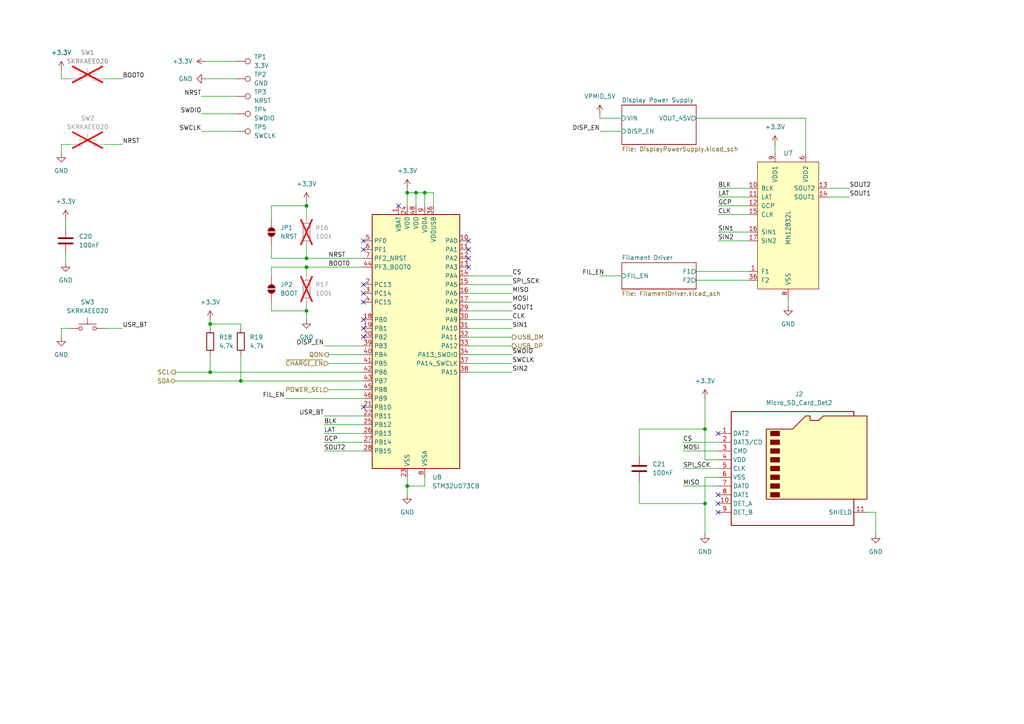
<source format=kicad_sch>
(kicad_sch (version 20231120) (generator "eeschema") (generator_version "8.0")
  (paper "A4")
  (lib_symbols
    (symbol "Connector:Micro_SD_Card_Det2"
      (property "Reference" "J" (at -16.51 17.78 0))
      (property "Value" "Micro_SD_Card_Det2" (at 16.51 17.78 0))
      (symbol "Micro_SD_Card_Det2_0_1"
        (rectangle (start -7.62 -6.985) (end -5.08 -8.255) (stroke (width 0.254)) (fill (type outline)))
        (rectangle (start -7.62 -4.445) (end -5.08 -5.715) (stroke (width 0.254)) (fill (type outline)))
        (rectangle (start -7.62 -1.905) (end -5.08 -3.175) (stroke (width 0.254)) (fill (type outline)))
        (rectangle (start -7.62 0.635) (end -5.08 -0.635) (stroke (width 0.254)) (fill (type outline)))
        (rectangle (start -7.62 3.175) (end -5.08 1.905) (stroke (width 0.254)) (fill (type outline)))
        (rectangle (start -7.62 5.715) (end -5.08 4.445) (stroke (width 0.254)) (fill (type outline)))
        (rectangle (start -7.62 8.255) (end -5.08 6.985) (stroke (width 0.254)) (fill (type outline)))
        (rectangle (start -7.62 10.795) (end -5.08 9.525) (stroke (width 0.254)) (fill (type outline)))
        (polyline (pts (xy 16.51 15.24) (xy 16.51 16.51) (xy -19.05 16.51) (xy -19.05 -16.51) (xy 16.51 -16.51) (xy 16.51 -8.89)) (stroke (width 0.254)))
        (polyline (pts (xy -8.89 -8.89) (xy -8.89 11.43) (xy -1.27 11.43) (xy 2.54 15.24) (xy 3.81 15.24) (xy 3.81 13.97) (xy 6.35 13.97) (xy 7.62 15.24) (xy 20.32 15.24) (xy 20.32 -8.89) (xy -8.89 -8.89)) (stroke (width 0.254)) (fill (type background)))
      )
      (symbol "Micro_SD_Card_Det2_1_1"
        (pin bidirectional line (at -22.86 10.16 0) (length 3.81) (name "DAT2") (number "1"))
        (pin passive line (at -22.86 -10.16 0) (length 3.81) (name "DET_A") (number "10"))
        (pin passive line (at 20.32 -12.7 180) (length 3.81) (name "SHIELD") (number "11"))
        (pin bidirectional line (at -22.86 7.62 0) (length 3.81) (name "DAT3/CD") (number "2"))
        (pin input line (at -22.86 5.08 0) (length 3.81) (name "CMD") (number "3"))
        (pin power_in line (at -22.86 2.54 0) (length 3.81) (name "VDD") (number "4"))
        (pin input line (at -22.86 0 0) (length 3.81) (name "CLK") (number "5"))
        (pin power_in line (at -22.86 -2.54 0) (length 3.81) (name "VSS") (number "6"))
        (pin bidirectional line (at -22.86 -5.08 0) (length 3.81) (name "DAT0") (number "7"))
        (pin bidirectional line (at -22.86 -7.62 0) (length 3.81) (name "DAT1") (number "8"))
        (pin passive line (at -22.86 -12.7 0) (length 3.81) (name "DET_B") (number "9"))
      )
    )
    (symbol "Connector:TestPoint" (pin_numbers hide) (pin_names (offset 0.762) hide)
      (property "Reference" "TP" (at 0 6.858 0))
      (property "Value" "TestPoint" (at 0 5.08 0))
      (symbol "TestPoint_0_1"
        (circle (center 0 3.302) (radius 0.762))
      )
      (symbol "TestPoint_1_1"
        (pin passive line (at 0 0 90) (length 2.54) (name "1") (number "1"))
      )
    )
    (symbol "Device:C" (pin_numbers hide) (pin_names (offset 0.254))
      (property "Reference" "C" (at 0.635 2.54 0))
      (property "Value" "C" (at 0.635 -2.54 0))
      (symbol "C_0_1"
        (polyline (pts (xy -2.032 -0.762) (xy 2.032 -0.762)) (stroke (width 0.508)))
        (polyline (pts (xy -2.032 0.762) (xy 2.032 0.762)) (stroke (width 0.508)))
      )
      (symbol "C_1_1"
        (pin passive line (at 0 3.81 270) (length 2.794) (name "~") (number "1"))
        (pin passive line (at 0 -3.81 90) (length 2.794) (name "~") (number "2"))
      )
    )
    (symbol "Device:R" (pin_numbers hide) (pin_names (offset 0))
      (property "Reference" "R" (at 2.032 0 90))
      (property "Value" "R" (at 0 0 90))
      (symbol "R_0_1"
        (rectangle (start -1.016 -2.54) (end 1.016 2.54) (stroke (width 0.254)))
      )
      (symbol "R_1_1"
        (pin passive line (at 0 3.81 270) (length 1.27) (name "~") (number "1"))
        (pin passive line (at 0 -3.81 90) (length 1.27) (name "~") (number "2"))
      )
    )
    (symbol "Jumper:SolderJumper_2_Open" (pin_numbers hide) (pin_names (offset 0) hide) (exclude_from_sim yes) (in_bom no)
      (property "Reference" "JP" (at 0 2.032 0))
      (property "Value" "SolderJumper_2_Open" (at 0 -2.54 0))
      (symbol "SolderJumper_2_Open_0_1"
        (arc (start -0.254 1.016) (mid -1.2656 0) (end -0.254 -1.016))
        (arc (start -0.254 1.016) (mid -1.2656 0) (end -0.254 -1.016) (fill (type outline)))
        (polyline (pts (xy -0.254 1.016) (xy -0.254 -1.016)))
        (polyline (pts (xy 0.254 1.016) (xy 0.254 -1.016)))
        (arc (start 0.254 -1.016) (mid 1.2656 0) (end 0.254 1.016))
        (arc (start 0.254 -1.016) (mid 1.2656 0) (end 0.254 1.016) (fill (type outline)))
      )
      (symbol "SolderJumper_2_Open_1_1"
        (pin passive line (at -3.81 0 0) (length 2.54) (name "A") (number "1"))
        (pin passive line (at 3.81 0 180) (length 2.54) (name "B") (number "2"))
      )
    )
    (symbol "STM32:STM32U073CB"
      (property "Reference" "U" (at -12.7 39.37 0))
      (property "Value" "STM32U073CB" (at 7.62 39.37 0))
      (symbol "STM32U073CB_0_1"
        (rectangle (start -12.7 -35.56) (end 12.7 38.1) (stroke (width 0.254)) (fill (type background)))
      )
      (symbol "STM32U073CB_1_1"
        (pin power_in line (at -5.08 40.64 270) (length 2.54) (name "VBAT") (number "1"))
        (pin bidirectional line (at 15.24 30.48 180) (length 2.54) (name "PA0") (number "10"))
        (pin bidirectional line (at 15.24 27.94 180) (length 2.54) (name "PA1") (number "11"))
        (pin bidirectional line (at 15.24 25.4 180) (length 2.54) (name "PA2") (number "12"))
        (pin bidirectional line (at 15.24 22.86 180) (length 2.54) (name "PA3") (number "13"))
        (pin bidirectional line (at 15.24 20.32 180) (length 2.54) (name "PA4") (number "14"))
        (pin bidirectional line (at 15.24 17.78 180) (length 2.54) (name "PA5") (number "15"))
        (pin bidirectional line (at 15.24 15.24 180) (length 2.54) (name "PA6") (number "16"))
        (pin bidirectional line (at 15.24 12.7 180) (length 2.54) (name "PA7") (number "17"))
        (pin bidirectional line (at -15.24 7.62 0) (length 2.54) (name "PB0") (number "18"))
        (pin bidirectional line (at -15.24 5.08 0) (length 2.54) (name "PB1") (number "19"))
        (pin bidirectional line (at -15.24 17.78 0) (length 2.54) (name "PC13") (number "2"))
        (pin bidirectional line (at -15.24 2.54 0) (length 2.54) (name "PB2") (number "20"))
        (pin bidirectional line (at -15.24 -17.78 0) (length 2.54) (name "PB10") (number "21"))
        (pin bidirectional line (at -15.24 -20.32 0) (length 2.54) (name "PB11") (number "22"))
        (pin power_in line (at -2.54 -38.1 90) (length 2.54) (name "VSS") (number "23"))
        (pin power_in line (at -2.54 40.64 270) (length 2.54) (name "VDD") (number "24"))
        (pin bidirectional line (at -15.24 -22.86 0) (length 2.54) (name "PB12") (number "25"))
        (pin bidirectional line (at -15.24 -25.4 0) (length 2.54) (name "PB13") (number "26"))
        (pin bidirectional line (at -15.24 -27.94 0) (length 2.54) (name "PB14") (number "27"))
        (pin bidirectional line (at -15.24 -30.48 0) (length 2.54) (name "PB15") (number "28"))
        (pin bidirectional line (at 15.24 10.16 180) (length 2.54) (name "PA8") (number "29"))
        (pin bidirectional line (at -15.24 15.24 0) (length 2.54) (name "PC14") (number "3"))
        (pin bidirectional line (at 15.24 7.62 180) (length 2.54) (name "PA9") (number "30"))
        (pin bidirectional line (at 15.24 5.08 180) (length 2.54) (name "PA10") (number "31"))
        (pin bidirectional line (at 15.24 2.54 180) (length 2.54) (name "PA11") (number "32"))
        (pin bidirectional line (at 15.24 0 180) (length 2.54) (name "PA12") (number "33"))
        (pin bidirectional line (at 15.24 -2.54 180) (length 2.54) (name "PA13_SWDIO") (number "34"))
        (pin passive line (at -2.54 -38.1 90) (length 2.54) hide (name "VSS") (number "35"))
        (pin power_in line (at 5.08 40.64 270) (length 2.54) (name "VDDUSB") (number "36"))
        (pin bidirectional line (at 15.24 -5.08 180) (length 2.54) (name "PA14_SWCLK") (number "37"))
        (pin bidirectional line (at 15.24 -7.62 180) (length 2.54) (name "PA15") (number "38"))
        (pin bidirectional line (at -15.24 0 0) (length 2.54) (name "PB3") (number "39"))
        (pin bidirectional line (at -15.24 12.7 0) (length 2.54) (name "PC15") (number "4"))
        (pin bidirectional line (at -15.24 -2.54 0) (length 2.54) (name "PB4") (number "40"))
        (pin bidirectional line (at -15.24 -5.08 0) (length 2.54) (name "PB5") (number "41"))
        (pin bidirectional line (at -15.24 -7.62 0) (length 2.54) (name "PB6") (number "42"))
        (pin bidirectional line (at -15.24 -10.16 0) (length 2.54) (name "PB7") (number "43"))
        (pin bidirectional line (at -15.24 22.86 0) (length 2.54) (name "PF3_BOOT0") (number "44"))
        (pin bidirectional line (at -15.24 -12.7 0) (length 2.54) (name "PB8") (number "45"))
        (pin bidirectional line (at -15.24 -15.24 0) (length 2.54) (name "PB9") (number "46"))
        (pin passive line (at -2.54 -38.1 90) (length 2.54) hide (name "VSS") (number "47"))
        (pin power_in line (at 0 40.64 270) (length 2.54) (name "VDD") (number "48"))
        (pin bidirectional line (at -15.24 30.48 0) (length 2.54) (name "PF0") (number "5"))
        (pin bidirectional line (at -15.24 27.94 0) (length 2.54) (name "PF1") (number "6"))
        (pin bidirectional line (at -15.24 25.4 0) (length 2.54) (name "PF2_NRST") (number "7"))
        (pin power_in line (at 2.54 -38.1 90) (length 2.54) (name "VSSA") (number "8"))
        (pin power_in line (at 2.54 40.64 270) (length 2.54) (name "VDDA") (number "9"))
      )
    )
    (symbol "Switch:SW_Push" (pin_numbers hide) (pin_names (offset 1.016) hide)
      (property "Reference" "SW" (at 1.27 2.54 0))
      (property "Value" "SW_Push" (at 0 -1.524 0))
      (symbol "SW_Push_0_1"
        (circle (center -2.032 0) (radius 0.508))
        (polyline (pts (xy 0 1.27) (xy 0 3.048)))
        (polyline (pts (xy 2.54 1.27) (xy -2.54 1.27)))
        (circle (center 2.032 0) (radius 0.508))
        (pin passive line (at -5.08 0 0) (length 2.54) (name "1") (number "1"))
        (pin passive line (at 5.08 0 180) (length 2.54) (name "2") (number "2"))
      )
    )
    (symbol "VFD_Noritake:MN12864K" (pin_names (offset 1.016))
      (property "Reference" "U7" (at 0 20.32 0))
      (property "Value" "MN12832L" (at 0 -1.27 90))
      (symbol "MN12864K_0_1"
        (rectangle (start -8.89 17.78) (end 8.89 -19.05) (fill (type background)))
      )
      (symbol "MN12864K_1_1"
        (pin passive line (at -11.43 -13.97 0) (length 2.54) (name "F1") (number "1"))
        (pin input line (at -11.43 10.16 0) (length 2.54) (name "BLK") (number "10"))
        (pin input line (at -11.43 7.62 0) (length 2.54) (name "LAT") (number "11"))
        (pin input line (at -11.43 5.08 0) (length 2.54) (name "GCP") (number "12"))
        (pin output line (at 11.43 10.16 180) (length 2.54) (name "SOUT2") (number "13"))
        (pin output line (at 11.43 7.62 180) (length 2.54) (name "SOUT1") (number "14"))
        (pin input line (at -11.43 2.54 0) (length 2.54) (name "CLK") (number "15"))
        (pin input line (at -11.43 -2.54 0) (length 2.54) (name "SIN1") (number "16"))
        (pin input line (at -11.43 -5.08 0) (length 2.54) (name "SIN2") (number "17"))
        (pin passive line (at -11.43 -13.97 0) (length 2.54) hide (name "F1") (number "2"))
        (pin passive line (at -11.43 -13.97 0) (length 2.54) hide (name "F1") (number "3"))
        (pin passive line (at -11.43 -16.51 0) (length 2.54) (name "F2") (number "36"))
        (pin passive line (at -11.43 -16.51 0) (length 2.54) hide (name "F1") (number "37"))
        (pin passive line (at -11.43 -16.51 0) (length 2.54) hide (name "F1") (number "38"))
        (pin power_in line (at 5.08 20.32 270) (length 2.54) (name "VDD2") (number "6"))
        (pin power_in line (at 0 -21.59 90) (length 2.54) hide (name "VSS") (number "7"))
        (pin power_in line (at 0 -21.59 90) (length 2.54) (name "VSS") (number "8"))
        (pin power_in line (at -3.81 20.32 270) (length 2.54) (name "VDD1") (number "9"))
      )
    )
    (symbol "power:+3.3V" (power) (pin_numbers hide) (pin_names (offset 0) hide)
      (property "Value" "+3.3V" (at 0 3.556 0))
      (symbol "+3.3V_0_1"
        (polyline (pts (xy -0.762 1.27) (xy 0 2.54)))
        (polyline (pts (xy 0 0) (xy 0 2.54)))
        (polyline (pts (xy 0 2.54) (xy 0.762 1.27)))
      )
      (symbol "+3.3V_1_1"
        (pin power_in line (at 0 0 90) (length 0) (name "~") (number "1"))
      )
    )
    (symbol "power:+5V" (power) (pin_numbers hide) (pin_names (offset 0) hide)
      (property "Value" "+5V" (at 0 3.556 0))
      (symbol "+5V_0_1"
        (polyline (pts (xy -0.762 1.27) (xy 0 2.54)))
        (polyline (pts (xy 0 0) (xy 0 2.54)))
        (polyline (pts (xy 0 2.54) (xy 0.762 1.27)))
      )
      (symbol "+5V_1_1"
        (pin power_in line (at 0 0 90) (length 0) (name "~") (number "1"))
      )
    )
    (symbol "power:GND" (power) (pin_numbers hide) (pin_names (offset 0) hide)
      (property "Value" "GND" (at 0 -3.81 0))
      (symbol "GND_0_1"
        (polyline (pts (xy 0 0) (xy 0 -1.27) (xy 1.27 -1.27) (xy 0 -2.54) (xy -1.27 -1.27) (xy 0 -1.27)))
      )
      (symbol "GND_1_1"
        (pin power_in line (at 0 0 270) (length 0) (name "~") (number "1"))
      )
    )
  )
  (junction (at 60.96 93.98))
  (junction (at 88.9 59.69))
  (junction (at 204.47 124.46))
  (junction (at 60.96 107.95))
  (junction (at 118.11 140.97))
  (junction (at 118.11 55.88))
  (junction (at 88.9 77.47))
  (junction (at 88.9 90.17))
  (junction (at 88.9 74.93))
  (junction (at 123.19 55.88))
  (junction (at 120.65 55.88))
  (junction (at 69.85 110.49))
  (junction (at 204.47 146.05))
  (no_connect (at 135.89 77.47))
  (no_connect (at 208.28 148.59))
  (no_connect (at 105.41 82.55))
  (no_connect (at 115.57 59.69))
  (no_connect (at 208.28 146.05))
  (no_connect (at 105.41 95.25))
  (no_connect (at 135.89 69.85))
  (no_connect (at 105.41 69.85))
  (no_connect (at 105.41 72.39))
  (no_connect (at 135.89 74.93))
  (no_connect (at 105.41 92.71))
  (no_connect (at 208.28 143.51))
  (no_connect (at 208.28 125.73))
  (no_connect (at 105.41 97.79))
  (no_connect (at 105.41 85.09))
  (no_connect (at 105.41 118.11))
  (no_connect (at 105.41 87.63))
  (no_connect (at 135.89 72.39))
  (wire (pts (xy 17.78 41.91) (xy 17.78 44.45)))
  (wire (pts (xy 118.11 55.88) (xy 118.11 59.69)))
  (wire (pts (xy 60.96 102.87) (xy 60.96 107.95)))
  (wire (pts (xy 95.25 113.03) (xy 105.41 113.03)))
  (wire (pts (xy 88.9 59.69) (xy 88.9 63.5)))
  (wire (pts (xy 135.89 107.95) (xy 148.59 107.95)))
  (wire (pts (xy 120.65 55.88) (xy 118.11 55.88)))
  (wire (pts (xy 93.98 130.81) (xy 105.41 130.81)))
  (wire (pts (xy 204.47 115.57) (xy 204.47 124.46)))
  (wire (pts (xy 78.74 71.12) (xy 78.74 74.93)))
  (wire (pts (xy 93.98 100.33) (xy 105.41 100.33)))
  (wire (pts (xy 118.11 54.61) (xy 118.11 55.88)))
  (wire (pts (xy 88.9 80.01) (xy 88.9 77.47)))
  (wire (pts (xy 93.98 125.73) (xy 105.41 125.73)))
  (wire (pts (xy 173.99 80.01) (xy 180.34 80.01)))
  (wire (pts (xy 93.98 120.65) (xy 105.41 120.65)))
  (wire (pts (xy 198.12 130.81) (xy 208.28 130.81)))
  (wire (pts (xy 135.89 105.41) (xy 148.59 105.41)))
  (wire (pts (xy 88.9 87.63) (xy 88.9 90.17)))
  (wire (pts (xy 135.89 82.55) (xy 148.59 82.55)))
  (wire (pts (xy 123.19 55.88) (xy 125.73 55.88)))
  (wire (pts (xy 88.9 71.12) (xy 88.9 74.93)))
  (wire (pts (xy 123.19 140.97) (xy 118.11 140.97)))
  (wire (pts (xy 185.42 146.05) (xy 204.47 146.05)))
  (wire (pts (xy 233.68 34.29) (xy 233.68 44.45)))
  (wire (pts (xy 19.05 63.5) (xy 19.05 66.04)))
  (wire (pts (xy 30.48 22.86) (xy 35.56 22.86)))
  (wire (pts (xy 135.89 85.09) (xy 148.59 85.09)))
  (wire (pts (xy 135.89 90.17) (xy 148.59 90.17)))
  (wire (pts (xy 198.12 128.27) (xy 208.28 128.27)))
  (wire (pts (xy 58.42 33.02) (xy 68.58 33.02)))
  (wire (pts (xy 224.79 41.91) (xy 224.79 44.45)))
  (wire (pts (xy 30.48 95.25) (xy 35.56 95.25)))
  (wire (pts (xy 58.42 38.1) (xy 68.58 38.1)))
  (wire (pts (xy 58.42 27.94) (xy 68.58 27.94)))
  (wire (pts (xy 78.74 59.69) (xy 78.74 63.5)))
  (wire (pts (xy 208.28 67.31) (xy 217.17 67.31)))
  (wire (pts (xy 88.9 90.17) (xy 78.74 90.17)))
  (wire (pts (xy 240.03 54.61) (xy 246.38 54.61)))
  (wire (pts (xy 20.32 95.25) (xy 17.78 95.25)))
  (wire (pts (xy 135.89 80.01) (xy 148.59 80.01)))
  (wire (pts (xy 60.96 93.98) (xy 60.96 95.25)))
  (wire (pts (xy 208.28 54.61) (xy 217.17 54.61)))
  (wire (pts (xy 17.78 22.86) (xy 20.32 22.86)))
  (wire (pts (xy 123.19 55.88) (xy 123.19 59.69)))
  (wire (pts (xy 185.42 139.7) (xy 185.42 146.05)))
  (wire (pts (xy 118.11 138.43) (xy 118.11 140.97)))
  (wire (pts (xy 208.28 69.85) (xy 217.17 69.85)))
  (wire (pts (xy 204.47 154.94) (xy 204.47 146.05)))
  (wire (pts (xy 82.55 115.57) (xy 105.41 115.57)))
  (wire (pts (xy 208.28 62.23) (xy 217.17 62.23)))
  (wire (pts (xy 201.93 81.28) (xy 217.17 81.28)))
  (wire (pts (xy 208.28 59.69) (xy 217.17 59.69)))
  (wire (pts (xy 185.42 124.46) (xy 204.47 124.46)))
  (wire (pts (xy 50.8 107.95) (xy 60.96 107.95)))
  (wire (pts (xy 125.73 55.88) (xy 125.73 59.69)))
  (wire (pts (xy 19.05 73.66) (xy 19.05 76.2)))
  (wire (pts (xy 17.78 95.25) (xy 17.78 97.79)))
  (wire (pts (xy 204.47 124.46) (xy 204.47 133.35)))
  (wire (pts (xy 60.96 107.95) (xy 105.41 107.95)))
  (wire (pts (xy 254 148.59) (xy 254 154.94)))
  (wire (pts (xy 88.9 58.42) (xy 88.9 59.69)))
  (wire (pts (xy 228.6 86.36) (xy 228.6 88.9)))
  (wire (pts (xy 60.96 93.98) (xy 69.85 93.98)))
  (wire (pts (xy 204.47 146.05) (xy 204.47 138.43)))
  (wire (pts (xy 135.89 102.87) (xy 148.59 102.87)))
  (wire (pts (xy 93.98 123.19) (xy 105.41 123.19)))
  (wire (pts (xy 88.9 77.47) (xy 105.41 77.47)))
  (wire (pts (xy 88.9 74.93) (xy 105.41 74.93)))
  (wire (pts (xy 173.99 38.1) (xy 180.34 38.1)))
  (wire (pts (xy 78.74 90.17) (xy 78.74 87.63)))
  (wire (pts (xy 20.32 41.91) (xy 17.78 41.91)))
  (wire (pts (xy 204.47 133.35) (xy 208.28 133.35)))
  (wire (pts (xy 93.98 128.27) (xy 105.41 128.27)))
  (wire (pts (xy 78.74 59.69) (xy 88.9 59.69)))
  (wire (pts (xy 88.9 90.17) (xy 88.9 92.71)))
  (wire (pts (xy 59.69 22.86) (xy 68.58 22.86)))
  (wire (pts (xy 240.03 57.15) (xy 246.38 57.15)))
  (wire (pts (xy 198.12 135.89) (xy 208.28 135.89)))
  (wire (pts (xy 60.96 92.71) (xy 60.96 93.98)))
  (wire (pts (xy 173.99 33.02) (xy 173.99 34.29)))
  (wire (pts (xy 120.65 59.69) (xy 120.65 55.88)))
  (wire (pts (xy 69.85 93.98) (xy 69.85 95.25)))
  (wire (pts (xy 17.78 20.32) (xy 17.78 22.86)))
  (wire (pts (xy 204.47 138.43) (xy 208.28 138.43)))
  (wire (pts (xy 135.89 97.79) (xy 148.59 97.79)))
  (wire (pts (xy 120.65 55.88) (xy 123.19 55.88)))
  (wire (pts (xy 78.74 77.47) (xy 78.74 80.01)))
  (wire (pts (xy 201.93 78.74) (xy 217.17 78.74)))
  (wire (pts (xy 78.74 74.93) (xy 88.9 74.93)))
  (wire (pts (xy 201.93 34.29) (xy 233.68 34.29)))
  (wire (pts (xy 251.46 148.59) (xy 254 148.59)))
  (wire (pts (xy 69.85 110.49) (xy 105.41 110.49)))
  (wire (pts (xy 88.9 77.47) (xy 78.74 77.47)))
  (wire (pts (xy 69.85 102.87) (xy 69.85 110.49)))
  (wire (pts (xy 185.42 132.08) (xy 185.42 124.46)))
  (wire (pts (xy 95.25 105.41) (xy 105.41 105.41)))
  (wire (pts (xy 95.25 102.87) (xy 105.41 102.87)))
  (wire (pts (xy 135.89 92.71) (xy 148.59 92.71)))
  (wire (pts (xy 173.99 34.29) (xy 180.34 34.29)))
  (wire (pts (xy 59.69 17.78) (xy 68.58 17.78)))
  (wire (pts (xy 135.89 100.33) (xy 148.59 100.33)))
  (wire (pts (xy 123.19 138.43) (xy 123.19 140.97)))
  (wire (pts (xy 198.12 140.97) (xy 208.28 140.97)))
  (wire (pts (xy 50.8 110.49) (xy 69.85 110.49)))
  (wire (pts (xy 118.11 140.97) (xy 118.11 143.51)))
  (wire (pts (xy 30.48 41.91) (xy 35.56 41.91)))
  (wire (pts (xy 135.89 87.63) (xy 148.59 87.63)))
  (wire (pts (xy 135.89 95.25) (xy 148.59 95.25)))
  (wire (pts (xy 208.28 57.15) (xy 217.17 57.15)))
  (label "FIL_EN" (at 82.55 115.57 180))
  (label "MISO" (at 148.59 85.09 0))
  (label "NRST" (at 95.25 74.93 0))
  (label "USR_BT" (at 35.56 95.25 0))
  (label "NRST" (at 35.56 41.91 0))
  (label "SPI_SCK" (at 148.59 82.55 0))
  (label "NRST" (at 58.42 27.94 180))
  (label "SWDIO" (at 148.59 102.87 0))
  (label "SOUT1" (at 246.38 57.15 0))
  (label "GCP" (at 93.98 128.27 0))
  (label "MISO" (at 198.12 140.97 0))
  (label "FIL_EN" (at 175.26 80.01 180))
  (label "GCP" (at 208.28 59.69 0))
  (label "BOOT0" (at 95.25 77.47 0))
  (label "SIN2" (at 208.28 69.85 0))
  (label "LAT" (at 93.98 125.73 0))
  (label "SOUT2" (at 246.38 54.61 0))
  (label "SWDIO" (at 58.42 33.02 180))
  (label "SWCLK" (at 58.42 38.1 180))
  (label "SOUT1" (at 148.59 90.17 0))
  (label "SWCLK" (at 148.59 105.41 0))
  (label "CLK" (at 208.28 62.23 0))
  (label "MOSI" (at 148.59 87.63 0))
  (label "CS" (at 198.12 128.27 0))
  (label "SIN1" (at 148.59 95.25 0))
  (label "SOUT2" (at 93.98 130.81 0))
  (label "BLK" (at 93.98 123.19 0))
  (label "MOSI" (at 198.12 130.81 0))
  (label "BOOT0" (at 35.56 22.86 0))
  (label "LAT" (at 208.28 57.15 0))
  (label "SIN1" (at 208.28 67.31 0))
  (label "SIN2" (at 148.59 107.95 0))
  (label "USR_BT" (at 93.98 120.65 180))
  (label "DISP_EN" (at 93.98 100.33 180))
  (label "CS" (at 148.59 80.01 0))
  (label "BLK" (at 208.28 54.61 0))
  (label "DISP_EN" (at 173.99 38.1 180))
  (label "CLK" (at 148.59 92.71 0))
  (label "SPI_SCK" (at 198.12 135.89 0))
  (hierarchical_label "USB_DP" (shape output) (at 148.59 100.33 0))
  (hierarchical_label "~{CHARGE_EN}" (shape input) (at 95.25 105.41 180))
  (hierarchical_label "QON" (shape output) (at 95.25 102.87 180))
  (hierarchical_label "POWER_SEL" (shape input) (at 95.25 113.03 180))
  (hierarchical_label "SDA" (shape bidirectional) (at 50.8 110.49 180))
  (hierarchical_label "USB_DM" (shape output) (at 148.59 97.79 0))
  (hierarchical_label "SCL" (shape output) (at 50.8 107.95 180))
  (symbol (lib_id "power:+3.3V") (at 118.11 54.61 0) (unit 1)
    (property "Reference" "#PWR047" (effects (hide yes)))
    (property "Value" "+3.3V" (at 118.11 49.53 0))
    (property "Description" "Power symbol creates a global label with name \"+3.3V\"" (effects (hide yes)))
  )
  (symbol (lib_id "Connector:TestPoint") (at 68.58 33.02 270) (unit 1) (in_bom no)
    (property "Reference" "TP4" (at 73.66 31.7499 90) (effects (justify left)))
    (property "Value" "SWDIO" (at 73.66 34.2899 90) (effects (justify left)))
    (property "Footprint" "TestPoint:TestPoint_Pad_D1.0mm" (effects (hide yes)))
    (property "Description" "test point" (effects (hide yes)))
  )
  (symbol (lib_id "power:GND") (at 88.9 92.71 0) (unit 1)
    (property "Reference" "#PWR053" (effects (hide yes)))
    (property "Value" "GND" (at 88.9 97.79 0))
    (property "Description" "Power symbol creates a global label with name \"GND\" , ground" (effects (hide yes)))
  )
  (symbol (lib_id "power:+3.3V") (at 224.79 41.91 0) (unit 1)
    (property "Reference" "#PWR045" (effects (hide yes)))
    (property "Value" "+3.3V" (at 224.79 36.83 0))
    (property "Description" "Power symbol creates a global label with name \"+3.3V\"" (effects (hide yes)))
  )
  (symbol (lib_id "power:GND") (at 17.78 97.79 0) (unit 1)
    (property "Reference" "#PWR054" (effects (hide yes)))
    (property "Value" "GND" (at 17.78 102.87 0))
    (property "Description" "Power symbol creates a global label with name \"GND\" , ground" (effects (hide yes)))
  )
  (symbol (lib_id "Connector:TestPoint") (at 68.58 17.78 270) (unit 1) (in_bom no)
    (property "Reference" "TP1" (at 73.66 16.5099 90) (effects (justify left)))
    (property "Value" "3.3V" (at 73.66 19.0499 90) (effects (justify left)))
    (property "Footprint" "TestPoint:TestPoint_Pad_D1.0mm" (effects (hide yes)))
    (property "Description" "test point" (effects (hide yes)))
  )
  (symbol (lib_id "Device:R") (at 69.85 99.06 0) (unit 1)
    (property "Reference" "R19" (at 72.39 97.7899 0) (effects (justify left)))
    (property "Value" "4,7k" (at 72.39 100.3299 0) (effects (justify left)))
    (property "Footprint" "Resistor_SMD:R_0603_1608Metric" (effects (hide yes)))
    (property "Description" "Resistor" (effects (hide yes)))
  )
  (symbol (lib_id "power:GND") (at 228.6 88.9 0) (unit 1)
    (property "Reference" "#PWR051" (effects (hide yes)))
    (property "Value" "GND" (at 228.6 93.98 0))
    (property "Description" "Power symbol creates a global label with name \"GND\" , ground" (effects (hide yes)))
  )
  (symbol (lib_id "power:+3.3V") (at 19.05 63.5 0) (unit 1)
    (property "Reference" "#PWR049" (effects (hide yes)))
    (property "Value" "+3.3V" (at 19.05 58.42 0))
    (property "Description" "Power symbol creates a global label with name \"+3.3V\"" (effects (hide yes)))
  )
  (symbol (lib_id "power:GND") (at 254 154.94 0) (unit 1)
    (property "Reference" "#PWR058" (effects (hide yes)))
    (property "Value" "GND" (at 254 160.02 0))
    (property "Description" "Power symbol creates a global label with name \"GND\" , ground" (effects (hide yes)))
  )
  (symbol (lib_id "Device:C") (at 185.42 135.89 0) (unit 1)
    (property "Reference" "C21" (at 189.23 134.6199 0) (effects (justify left)))
    (property "Value" "100nF" (at 189.23 137.1599 0) (effects (justify left)))
    (property "Footprint" "Capacitor_SMD:C_0603_1608Metric" (effects (hide yes)))
    (property "Description" "Unpolarized capacitor" (effects (hide yes)))
    (property "Voltage" "10V" (effects (hide yes)))
  )
  (symbol (lib_id "VFD_Noritake:MN12864K") (at 228.6 64.77 0) (unit 1)
    (property "Reference" "U7" (at 228.6 44.45 0))
    (property "Value" "MN12832L" (at 228.6 66.04 90))
    (property "Footprint" "Noritake:MN12832L" (effects (hide yes)))
  )
  (symbol (lib_id "power:+3.3V") (at 204.47 115.57 0) (unit 1)
    (property "Reference" "#PWR055" (effects (hide yes)))
    (property "Value" "+3.3V" (at 204.47 110.49 0))
    (property "Description" "Power symbol creates a global label with name \"+3.3V\"" (effects (hide yes)))
  )
  (symbol (lib_id "Jumper:SolderJumper_2_Open") (at 78.74 83.82 90) (unit 1) (exclude_from_sim yes) (in_bom no)
    (property "Reference" "JP2" (at 81.28 82.5499 90) (effects (justify right)))
    (property "Value" "BOOT" (at 81.28 85.0899 90) (effects (justify right)))
    (property "Footprint" "Jumper:SolderJumper-2_P1.3mm_Open_TrianglePad1.0x1.5mm" (effects (hide yes)))
    (property "Description" "Solder Jumper, 2-pole, open" (effects (hide yes)))
  )
  (symbol (lib_id "Device:R") (at 88.9 67.31 0) (unit 1) (dnp yes)
    (property "Reference" "R16" (at 91.44 66.0399 0) (effects (justify left)))
    (property "Value" "100k" (at 91.44 68.5799 0) (effects (justify left)))
    (property "Footprint" "Resistor_SMD:R_0603_1608Metric" (effects (hide yes)))
    (property "Description" "Resistor" (effects (hide yes)))
  )
  (symbol (lib_id "Switch:SW_Push") (at 25.4 22.86 0) (unit 1) (dnp yes)
    (property "Reference" "SW1" (at 25.4 15.24 0))
    (property "Value" "SKRKAEE020" (at 25.4 17.78 0))
    (property "Footprint" "Button_Switch_SMD:SW_Push_SPST_NO_Alps_SKRK" (effects (hide yes)))
    (property "Datasheet" "https://www.mouser.de/datasheet/2/15/SKRK-1370789.pdf" (effects (hide yes)))
    (property "Description" "Push button switch, generic, two pins" (effects (hide yes)))
  )
  (symbol (lib_id "power:GND") (at 59.69 22.86 270) (unit 1)
    (property "Reference" "#PWR043" (effects (hide yes)))
    (property "Value" "GND" (at 55.88 22.8599 90) (effects (justify right)))
    (property "Description" "Power symbol creates a global label with name \"GND\" , ground" (effects (hide yes)))
  )
  (symbol (lib_id "power:GND") (at 19.05 76.2 0) (unit 1)
    (property "Reference" "#PWR050" (effects (hide yes)))
    (property "Value" "GND" (at 19.05 81.28 0))
    (property "Description" "Power symbol creates a global label with name \"GND\" , ground" (effects (hide yes)))
  )
  (symbol (lib_id "Connector:TestPoint") (at 68.58 27.94 270) (unit 1) (in_bom no)
    (property "Reference" "TP3" (at 73.66 26.6699 90) (effects (justify left)))
    (property "Value" "NRST" (at 73.66 29.2099 90) (effects (justify left)))
    (property "Footprint" "TestPoint:TestPoint_Pad_D1.0mm" (effects (hide yes)))
    (property "Description" "test point" (effects (hide yes)))
  )
  (symbol (lib_id "power:+3.3V") (at 60.96 92.71 0) (unit 1)
    (property "Reference" "#PWR052" (effects (hide yes)))
    (property "Value" "+3.3V" (at 60.96 87.63 0))
    (property "Description" "Power symbol creates a global label with name \"+3.3V\"" (effects (hide yes)))
  )
  (symbol (lib_id "Connector:Micro_SD_Card_Det2") (at 231.14 135.89 0) (unit 1)
    (property "Reference" "J2" (at 231.775 114.3 0))
    (property "Value" "Micro_SD_Card_Det2" (at 231.775 116.84 0))
    (property "Footprint" "Connector_Card:microSD_HC_Molex_104031-0811" (effects (hide yes)))
    (property "Datasheet" "https://www.hirose.com/en/product/document?clcode=&productname=&series=DM3&documenttype=Catalog&lang=en&documentid=D49662_en" (effects (hide yes)))
    (property "Description" "Micro SD Card Socket with two card detection pins" (effects (hide yes)))
  )
  (symbol (lib_id "power:+3.3V") (at 59.69 17.78 90) (unit 1)
    (property "Reference" "#PWR041" (effects (hide yes)))
    (property "Value" "+3.3V" (at 55.88 17.7799 90) (effects (justify left)))
    (property "Description" "Power symbol creates a global label with name \"+3.3V\"" (effects (hide yes)))
  )
  (symbol (lib_id "Switch:SW_Push") (at 25.4 95.25 0) (unit 1)
    (property "Reference" "SW3" (at 25.4 87.63 0))
    (property "Value" "SKRKAEE020" (at 25.4 90.17 0))
    (property "Footprint" "Button_Switch_SMD:SW_Push_SPST_NO_Alps_SKRK" (effects (hide yes)))
    (property "Datasheet" "https://www.mouser.de/datasheet/2/15/SKRK-1370789.pdf" (effects (hide yes)))
    (property "Description" "Push button switch, generic, two pins" (effects (hide yes)))
  )
  (symbol (lib_id "Device:C") (at 19.05 69.85 0) (unit 1)
    (property "Reference" "C20" (at 22.86 68.5799 0) (effects (justify left)))
    (property "Value" "100nF" (at 22.86 71.1199 0) (effects (justify left)))
    (property "Footprint" "Capacitor_SMD:C_0603_1608Metric" (effects (hide yes)))
    (property "Description" "Unpolarized capacitor" (effects (hide yes)))
    (property "Voltage" "10V" (effects (hide yes)))
  )
  (symbol (lib_id "power:GND") (at 17.78 44.45 0) (unit 1)
    (property "Reference" "#PWR046" (effects (hide yes)))
    (property "Value" "GND" (at 17.78 49.53 0))
    (property "Description" "Power symbol creates a global label with name \"GND\" , ground" (effects (hide yes)))
  )
  (symbol (lib_id "power:+3.3V") (at 17.78 20.32 0) (unit 1)
    (property "Reference" "#PWR042" (effects (hide yes)))
    (property "Value" "+3.3V" (at 17.78 15.24 0))
    (property "Description" "Power symbol creates a global label with name \"+3.3V\"" (effects (hide yes)))
  )
  (symbol (lib_id "power:+5V") (at 173.99 33.02 0) (unit 1)
    (property "Reference" "#PWR044" (effects (hide yes)))
    (property "Value" "VPMID_5V" (at 173.99 27.94 0))
    (property "Description" "Power symbol creates a global label with name \"+5V\"" (effects (hide yes)))
  )
  (symbol (lib_id "power:+3.3V") (at 88.9 58.42 0) (unit 1)
    (property "Reference" "#PWR048" (effects (hide yes)))
    (property "Value" "+3.3V" (at 88.9 53.34 0))
    (property "Description" "Power symbol creates a global label with name \"+3.3V\"" (effects (hide yes)))
  )
  (symbol (lib_id "Connector:TestPoint") (at 68.58 38.1 270) (unit 1) (in_bom no)
    (property "Reference" "TP5" (at 73.66 36.8299 90) (effects (justify left)))
    (property "Value" "SWCLK" (at 73.66 39.3699 90) (effects (justify left)))
    (property "Footprint" "TestPoint:TestPoint_Pad_D1.0mm" (effects (hide yes)))
    (property "Description" "test point" (effects (hide yes)))
  )
  (symbol (lib_id "Device:R") (at 88.9 83.82 0) (unit 1) (dnp yes)
    (property "Reference" "R17" (at 91.44 82.5499 0) (effects (justify left)))
    (property "Value" "100k" (at 91.44 85.0899 0) (effects (justify left)))
    (property "Footprint" "Resistor_SMD:R_0603_1608Metric" (effects (hide yes)))
    (property "Description" "Resistor" (effects (hide yes)))
  )
  (symbol (lib_id "Device:R") (at 60.96 99.06 0) (unit 1)
    (property "Reference" "R18" (at 63.5 97.7899 0) (effects (justify left)))
    (property "Value" "4,7k" (at 63.5 100.3299 0) (effects (justify left)))
    (property "Footprint" "Resistor_SMD:R_0603_1608Metric" (effects (hide yes)))
    (property "Description" "Resistor" (effects (hide yes)))
  )
  (symbol (lib_id "power:GND") (at 118.11 143.51 0) (unit 1)
    (property "Reference" "#PWR056" (effects (hide yes)))
    (property "Value" "GND" (at 118.11 148.59 0))
    (property "Description" "Power symbol creates a global label with name \"GND\" , ground" (effects (hide yes)))
  )
  (symbol (lib_id "STM32:STM32U073CB") (at 120.65 100.33 0) (unit 1)
    (property "Reference" "U8" (at 125.3841 138.43 0) (effects (justify left)))
    (property "Value" "STM32U073CB" (at 125.3841 140.97 0) (effects (justify left)))
    (property "Footprint" "Package_QFP:LQFP-48_7x7mm_P0.5mm" (effects (hide yes)))
    (property "Datasheet" "file:///C:/Users/Sentry/Downloads/stm32u073cb-2.pdf" (effects (hide yes)))
    (property "Description" "Ultra-low-power Arm Cortex-M0+ MCU with 128 Kbytes of Flash memory, LCD, USB, 56 MHz CPU" (effects (hide yes)))
  )
  (symbol (lib_id "power:GND") (at 204.47 154.94 0) (unit 1)
    (property "Reference" "#PWR057" (effects (hide yes)))
    (property "Value" "GND" (at 204.47 160.02 0))
    (property "Description" "Power symbol creates a global label with name \"GND\" , ground" (effects (hide yes)))
  )
  (symbol (lib_id "Connector:TestPoint") (at 68.58 22.86 270) (unit 1) (in_bom no)
    (property "Reference" "TP2" (at 73.66 21.5899 90) (effects (justify left)))
    (property "Value" "GND" (at 73.66 24.1299 90) (effects (justify left)))
    (property "Footprint" "TestPoint:TestPoint_Pad_D1.0mm" (effects (hide yes)))
    (property "Description" "test point" (effects (hide yes)))
  )
  (symbol (lib_id "Switch:SW_Push") (at 25.4 41.91 0) (unit 1) (dnp yes)
    (property "Reference" "SW2" (at 25.4 34.29 0))
    (property "Value" "SKRKAEE020" (at 25.4 36.83 0))
    (property "Footprint" "Button_Switch_SMD:SW_Push_SPST_NO_Alps_SKRK" (effects (hide yes)))
    (property "Datasheet" "https://www.mouser.de/datasheet/2/15/SKRK-1370789.pdf" (effects (hide yes)))
    (property "Description" "Push button switch, generic, two pins" (effects (hide yes)))
  )
  (symbol (lib_id "Jumper:SolderJumper_2_Open") (at 78.74 67.31 90) (unit 1) (exclude_from_sim yes) (in_bom no)
    (property "Reference" "JP1" (at 81.28 66.0399 90) (effects (justify right)))
    (property "Value" "NRST" (at 81.28 68.5799 90) (effects (justify right)))
    (property "Footprint" "Jumper:SolderJumper-2_P1.3mm_Open_TrianglePad1.0x1.5mm" (effects (hide yes)))
    (property "Description" "Solder Jumper, 2-pole, open" (effects (hide yes)))
  )
  (sheet (at 180.34 30.48) (size 21.59 11.43) (stroke (width 0.1524))
    (property "Sheetname" "Display Power Supply" (at 180.34 29.7684 0) (effects (justify left bottom)))
    (property "Sheetfile" "DisplayPowerSupply.kicad_sch" (at 180.34 42.4946 0) (effects (justify left top)))
    (pin "VIN" input (at 180.34 34.29 180))
    (pin "VOUT_45V" output (at 201.93 34.29 0))
    (pin "DISP_EN" input (at 180.34 38.1 180))
  )
  (sheet (at 180.34 76.2) (size 21.59 7.62) (stroke (width 0.1524))
    (property "Sheetname" "Filament Driver" (at 180.34 75.4884 0) (effects (justify left bottom)))
    (property "Sheetfile" "FilamentDriver.kicad_sch" (at 180.34 84.4046 0) (effects (justify left top)))
    (pin "F1" output (at 201.93 78.74 0))
    (pin "F2" output (at 201.93 81.28 0))
    (pin "FIL_EN" input (at 180.34 80.01 180))
  )
)
</source>
